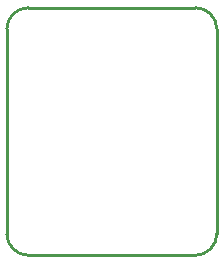
<source format=gm1>
G04*
G04 #@! TF.GenerationSoftware,Altium Limited,Altium Designer,22.2.1 (43)*
G04*
G04 Layer_Color=16711935*
%FSLAX44Y44*%
%MOMM*%
G71*
G04*
G04 #@! TF.SameCoordinates,1728C203-2672-44AB-99B5-9D0C7A82A750*
G04*
G04*
G04 #@! TF.FilePolarity,Positive*
G04*
G01*
G75*
%ADD32C,0.2540*%
D32*
X0Y18088D02*
G03*
X18088Y0I18088J0D01*
G01*
X159712D02*
G03*
X177800Y18088I0J18088D01*
G01*
Y191462D02*
G03*
X159712Y209550I-18088J0D01*
G01*
X18088D02*
G03*
X0Y191462I0J-18088D01*
G01*
X18088Y209550D02*
X159712D01*
X18088Y0D02*
X159712D01*
X0Y18088D02*
Y191462D01*
X177800Y18088D02*
Y191462D01*
M02*

</source>
